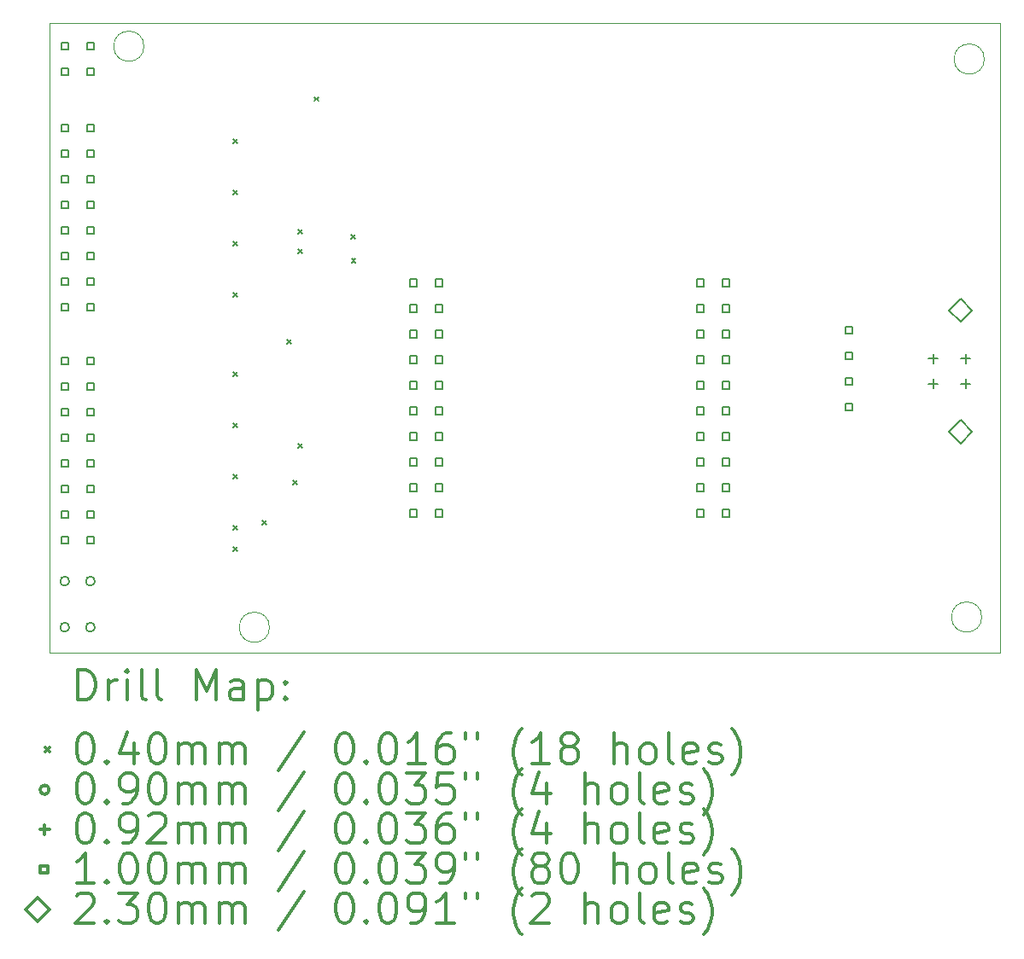
<source format=gbr>
%FSLAX45Y45*%
G04 Gerber Fmt 4.5, Leading zero omitted, Abs format (unit mm)*
G04 Created by KiCad (PCBNEW (5.1.9)-1) date 2021-06-24 21:47:52*
%MOMM*%
%LPD*%
G01*
G04 APERTURE LIST*
%TA.AperFunction,Profile*%
%ADD10C,0.050000*%
%TD*%
%ADD11C,0.200000*%
%ADD12C,0.300000*%
G04 APERTURE END LIST*
D10*
X5918200Y-6934200D02*
X15341600Y-6934200D01*
X5918200Y-13182600D02*
X15341600Y-13182600D01*
X6855600Y-7162800D02*
G75*
G03*
X6855600Y-7162800I-150000J0D01*
G01*
X15186800Y-7289800D02*
G75*
G03*
X15186800Y-7289800I-150000J0D01*
G01*
X15161400Y-12827000D02*
G75*
G03*
X15161400Y-12827000I-150000J0D01*
G01*
X8100200Y-12928600D02*
G75*
G03*
X8100200Y-12928600I-150000J0D01*
G01*
X15341600Y-6934200D02*
X15341600Y-13182600D01*
X5918200Y-13182600D02*
X5918200Y-6934200D01*
D11*
X7739700Y-8082600D02*
X7779700Y-8122600D01*
X7779700Y-8082600D02*
X7739700Y-8122600D01*
X7739700Y-8590600D02*
X7779700Y-8630600D01*
X7779700Y-8590600D02*
X7739700Y-8630600D01*
X7739700Y-9098600D02*
X7779700Y-9138600D01*
X7779700Y-9098600D02*
X7739700Y-9138600D01*
X7739700Y-9606600D02*
X7779700Y-9646600D01*
X7779700Y-9606600D02*
X7739700Y-9646600D01*
X7739700Y-10394000D02*
X7779700Y-10434000D01*
X7779700Y-10394000D02*
X7739700Y-10434000D01*
X7739700Y-10902000D02*
X7779700Y-10942000D01*
X7779700Y-10902000D02*
X7739700Y-10942000D01*
X7739700Y-11410000D02*
X7779700Y-11450000D01*
X7779700Y-11410000D02*
X7739700Y-11450000D01*
X7739700Y-11918000D02*
X7779700Y-11958000D01*
X7779700Y-11918000D02*
X7739700Y-11958000D01*
X7739700Y-12133900D02*
X7779700Y-12173900D01*
X7779700Y-12133900D02*
X7739700Y-12173900D01*
X8031800Y-11867200D02*
X8071800Y-11907200D01*
X8071800Y-11867200D02*
X8031800Y-11907200D01*
X8276950Y-10076500D02*
X8316950Y-10116500D01*
X8316950Y-10076500D02*
X8276950Y-10116500D01*
X8336600Y-11473500D02*
X8376600Y-11513500D01*
X8376600Y-11473500D02*
X8336600Y-11513500D01*
X8387400Y-8984300D02*
X8427400Y-9024300D01*
X8427400Y-8984300D02*
X8387400Y-9024300D01*
X8387400Y-9174800D02*
X8427400Y-9214800D01*
X8427400Y-9174800D02*
X8387400Y-9214800D01*
X8387400Y-11105200D02*
X8427400Y-11145200D01*
X8427400Y-11105200D02*
X8387400Y-11145200D01*
X8543650Y-7667350D02*
X8583650Y-7707350D01*
X8583650Y-7667350D02*
X8543650Y-7707350D01*
X8908100Y-9035100D02*
X8948100Y-9075100D01*
X8948100Y-9035100D02*
X8908100Y-9075100D01*
X8914450Y-9270050D02*
X8954450Y-9310050D01*
X8954450Y-9270050D02*
X8914450Y-9310050D01*
X6115600Y-12471400D02*
G75*
G03*
X6115600Y-12471400I-45000J0D01*
G01*
X6115600Y-12928600D02*
G75*
G03*
X6115600Y-12928600I-45000J0D01*
G01*
X6369600Y-12471400D02*
G75*
G03*
X6369600Y-12471400I-45000J0D01*
G01*
X6369600Y-12928600D02*
G75*
G03*
X6369600Y-12928600I-45000J0D01*
G01*
X14681200Y-10215600D02*
X14681200Y-10307600D01*
X14635200Y-10261600D02*
X14727200Y-10261600D01*
X14681200Y-10465600D02*
X14681200Y-10557600D01*
X14635200Y-10511600D02*
X14727200Y-10511600D01*
X15001200Y-10215600D02*
X15001200Y-10307600D01*
X14955200Y-10261600D02*
X15047200Y-10261600D01*
X15001200Y-10465600D02*
X15001200Y-10557600D01*
X14955200Y-10511600D02*
X15047200Y-10511600D01*
X6105956Y-7198156D02*
X6105956Y-7127444D01*
X6035244Y-7127444D01*
X6035244Y-7198156D01*
X6105956Y-7198156D01*
X6105956Y-7452156D02*
X6105956Y-7381444D01*
X6035244Y-7381444D01*
X6035244Y-7452156D01*
X6105956Y-7452156D01*
X6105956Y-8010956D02*
X6105956Y-7940244D01*
X6035244Y-7940244D01*
X6035244Y-8010956D01*
X6105956Y-8010956D01*
X6105956Y-8264956D02*
X6105956Y-8194244D01*
X6035244Y-8194244D01*
X6035244Y-8264956D01*
X6105956Y-8264956D01*
X6105956Y-8518956D02*
X6105956Y-8448244D01*
X6035244Y-8448244D01*
X6035244Y-8518956D01*
X6105956Y-8518956D01*
X6105956Y-8772956D02*
X6105956Y-8702244D01*
X6035244Y-8702244D01*
X6035244Y-8772956D01*
X6105956Y-8772956D01*
X6105956Y-9026956D02*
X6105956Y-8956244D01*
X6035244Y-8956244D01*
X6035244Y-9026956D01*
X6105956Y-9026956D01*
X6105956Y-9280956D02*
X6105956Y-9210244D01*
X6035244Y-9210244D01*
X6035244Y-9280956D01*
X6105956Y-9280956D01*
X6105956Y-9534956D02*
X6105956Y-9464244D01*
X6035244Y-9464244D01*
X6035244Y-9534956D01*
X6105956Y-9534956D01*
X6105956Y-9788956D02*
X6105956Y-9718244D01*
X6035244Y-9718244D01*
X6035244Y-9788956D01*
X6105956Y-9788956D01*
X6105956Y-10322356D02*
X6105956Y-10251644D01*
X6035244Y-10251644D01*
X6035244Y-10322356D01*
X6105956Y-10322356D01*
X6105956Y-10576356D02*
X6105956Y-10505644D01*
X6035244Y-10505644D01*
X6035244Y-10576356D01*
X6105956Y-10576356D01*
X6105956Y-10830356D02*
X6105956Y-10759644D01*
X6035244Y-10759644D01*
X6035244Y-10830356D01*
X6105956Y-10830356D01*
X6105956Y-11084356D02*
X6105956Y-11013644D01*
X6035244Y-11013644D01*
X6035244Y-11084356D01*
X6105956Y-11084356D01*
X6105956Y-11338356D02*
X6105956Y-11267644D01*
X6035244Y-11267644D01*
X6035244Y-11338356D01*
X6105956Y-11338356D01*
X6105956Y-11592356D02*
X6105956Y-11521644D01*
X6035244Y-11521644D01*
X6035244Y-11592356D01*
X6105956Y-11592356D01*
X6105956Y-11846356D02*
X6105956Y-11775644D01*
X6035244Y-11775644D01*
X6035244Y-11846356D01*
X6105956Y-11846356D01*
X6105956Y-12100356D02*
X6105956Y-12029644D01*
X6035244Y-12029644D01*
X6035244Y-12100356D01*
X6105956Y-12100356D01*
X6359956Y-7198156D02*
X6359956Y-7127444D01*
X6289244Y-7127444D01*
X6289244Y-7198156D01*
X6359956Y-7198156D01*
X6359956Y-7452156D02*
X6359956Y-7381444D01*
X6289244Y-7381444D01*
X6289244Y-7452156D01*
X6359956Y-7452156D01*
X6359956Y-8010956D02*
X6359956Y-7940244D01*
X6289244Y-7940244D01*
X6289244Y-8010956D01*
X6359956Y-8010956D01*
X6359956Y-8264956D02*
X6359956Y-8194244D01*
X6289244Y-8194244D01*
X6289244Y-8264956D01*
X6359956Y-8264956D01*
X6359956Y-8518956D02*
X6359956Y-8448244D01*
X6289244Y-8448244D01*
X6289244Y-8518956D01*
X6359956Y-8518956D01*
X6359956Y-8772956D02*
X6359956Y-8702244D01*
X6289244Y-8702244D01*
X6289244Y-8772956D01*
X6359956Y-8772956D01*
X6359956Y-9026956D02*
X6359956Y-8956244D01*
X6289244Y-8956244D01*
X6289244Y-9026956D01*
X6359956Y-9026956D01*
X6359956Y-9280956D02*
X6359956Y-9210244D01*
X6289244Y-9210244D01*
X6289244Y-9280956D01*
X6359956Y-9280956D01*
X6359956Y-9534956D02*
X6359956Y-9464244D01*
X6289244Y-9464244D01*
X6289244Y-9534956D01*
X6359956Y-9534956D01*
X6359956Y-9788956D02*
X6359956Y-9718244D01*
X6289244Y-9718244D01*
X6289244Y-9788956D01*
X6359956Y-9788956D01*
X6359956Y-10322356D02*
X6359956Y-10251644D01*
X6289244Y-10251644D01*
X6289244Y-10322356D01*
X6359956Y-10322356D01*
X6359956Y-10576356D02*
X6359956Y-10505644D01*
X6289244Y-10505644D01*
X6289244Y-10576356D01*
X6359956Y-10576356D01*
X6359956Y-10830356D02*
X6359956Y-10759644D01*
X6289244Y-10759644D01*
X6289244Y-10830356D01*
X6359956Y-10830356D01*
X6359956Y-11084356D02*
X6359956Y-11013644D01*
X6289244Y-11013644D01*
X6289244Y-11084356D01*
X6359956Y-11084356D01*
X6359956Y-11338356D02*
X6359956Y-11267644D01*
X6289244Y-11267644D01*
X6289244Y-11338356D01*
X6359956Y-11338356D01*
X6359956Y-11592356D02*
X6359956Y-11521644D01*
X6289244Y-11521644D01*
X6289244Y-11592356D01*
X6359956Y-11592356D01*
X6359956Y-11846356D02*
X6359956Y-11775644D01*
X6289244Y-11775644D01*
X6289244Y-11846356D01*
X6359956Y-11846356D01*
X6359956Y-12100356D02*
X6359956Y-12029644D01*
X6289244Y-12029644D01*
X6289244Y-12100356D01*
X6359956Y-12100356D01*
X9560356Y-9547656D02*
X9560356Y-9476944D01*
X9489644Y-9476944D01*
X9489644Y-9547656D01*
X9560356Y-9547656D01*
X9560356Y-9801656D02*
X9560356Y-9730944D01*
X9489644Y-9730944D01*
X9489644Y-9801656D01*
X9560356Y-9801656D01*
X9560356Y-10055656D02*
X9560356Y-9984944D01*
X9489644Y-9984944D01*
X9489644Y-10055656D01*
X9560356Y-10055656D01*
X9560356Y-10309656D02*
X9560356Y-10238944D01*
X9489644Y-10238944D01*
X9489644Y-10309656D01*
X9560356Y-10309656D01*
X9560356Y-10563656D02*
X9560356Y-10492944D01*
X9489644Y-10492944D01*
X9489644Y-10563656D01*
X9560356Y-10563656D01*
X9560356Y-10817656D02*
X9560356Y-10746944D01*
X9489644Y-10746944D01*
X9489644Y-10817656D01*
X9560356Y-10817656D01*
X9560356Y-11071656D02*
X9560356Y-11000944D01*
X9489644Y-11000944D01*
X9489644Y-11071656D01*
X9560356Y-11071656D01*
X9560356Y-11325656D02*
X9560356Y-11254944D01*
X9489644Y-11254944D01*
X9489644Y-11325656D01*
X9560356Y-11325656D01*
X9560356Y-11579656D02*
X9560356Y-11508944D01*
X9489644Y-11508944D01*
X9489644Y-11579656D01*
X9560356Y-11579656D01*
X9560356Y-11833656D02*
X9560356Y-11762944D01*
X9489644Y-11762944D01*
X9489644Y-11833656D01*
X9560356Y-11833656D01*
X9814356Y-9547656D02*
X9814356Y-9476944D01*
X9743644Y-9476944D01*
X9743644Y-9547656D01*
X9814356Y-9547656D01*
X9814356Y-9801656D02*
X9814356Y-9730944D01*
X9743644Y-9730944D01*
X9743644Y-9801656D01*
X9814356Y-9801656D01*
X9814356Y-10055656D02*
X9814356Y-9984944D01*
X9743644Y-9984944D01*
X9743644Y-10055656D01*
X9814356Y-10055656D01*
X9814356Y-10309656D02*
X9814356Y-10238944D01*
X9743644Y-10238944D01*
X9743644Y-10309656D01*
X9814356Y-10309656D01*
X9814356Y-10563656D02*
X9814356Y-10492944D01*
X9743644Y-10492944D01*
X9743644Y-10563656D01*
X9814356Y-10563656D01*
X9814356Y-10817656D02*
X9814356Y-10746944D01*
X9743644Y-10746944D01*
X9743644Y-10817656D01*
X9814356Y-10817656D01*
X9814356Y-11071656D02*
X9814356Y-11000944D01*
X9743644Y-11000944D01*
X9743644Y-11071656D01*
X9814356Y-11071656D01*
X9814356Y-11325656D02*
X9814356Y-11254944D01*
X9743644Y-11254944D01*
X9743644Y-11325656D01*
X9814356Y-11325656D01*
X9814356Y-11579656D02*
X9814356Y-11508944D01*
X9743644Y-11508944D01*
X9743644Y-11579656D01*
X9814356Y-11579656D01*
X9814356Y-11833656D02*
X9814356Y-11762944D01*
X9743644Y-11762944D01*
X9743644Y-11833656D01*
X9814356Y-11833656D01*
X12405156Y-9547656D02*
X12405156Y-9476944D01*
X12334444Y-9476944D01*
X12334444Y-9547656D01*
X12405156Y-9547656D01*
X12405156Y-9801656D02*
X12405156Y-9730944D01*
X12334444Y-9730944D01*
X12334444Y-9801656D01*
X12405156Y-9801656D01*
X12405156Y-10055656D02*
X12405156Y-9984944D01*
X12334444Y-9984944D01*
X12334444Y-10055656D01*
X12405156Y-10055656D01*
X12405156Y-10309656D02*
X12405156Y-10238944D01*
X12334444Y-10238944D01*
X12334444Y-10309656D01*
X12405156Y-10309656D01*
X12405156Y-10563656D02*
X12405156Y-10492944D01*
X12334444Y-10492944D01*
X12334444Y-10563656D01*
X12405156Y-10563656D01*
X12405156Y-10817656D02*
X12405156Y-10746944D01*
X12334444Y-10746944D01*
X12334444Y-10817656D01*
X12405156Y-10817656D01*
X12405156Y-11071656D02*
X12405156Y-11000944D01*
X12334444Y-11000944D01*
X12334444Y-11071656D01*
X12405156Y-11071656D01*
X12405156Y-11325656D02*
X12405156Y-11254944D01*
X12334444Y-11254944D01*
X12334444Y-11325656D01*
X12405156Y-11325656D01*
X12405156Y-11579656D02*
X12405156Y-11508944D01*
X12334444Y-11508944D01*
X12334444Y-11579656D01*
X12405156Y-11579656D01*
X12405156Y-11833656D02*
X12405156Y-11762944D01*
X12334444Y-11762944D01*
X12334444Y-11833656D01*
X12405156Y-11833656D01*
X12659156Y-9547656D02*
X12659156Y-9476944D01*
X12588444Y-9476944D01*
X12588444Y-9547656D01*
X12659156Y-9547656D01*
X12659156Y-9801656D02*
X12659156Y-9730944D01*
X12588444Y-9730944D01*
X12588444Y-9801656D01*
X12659156Y-9801656D01*
X12659156Y-10055656D02*
X12659156Y-9984944D01*
X12588444Y-9984944D01*
X12588444Y-10055656D01*
X12659156Y-10055656D01*
X12659156Y-10309656D02*
X12659156Y-10238944D01*
X12588444Y-10238944D01*
X12588444Y-10309656D01*
X12659156Y-10309656D01*
X12659156Y-10563656D02*
X12659156Y-10492944D01*
X12588444Y-10492944D01*
X12588444Y-10563656D01*
X12659156Y-10563656D01*
X12659156Y-10817656D02*
X12659156Y-10746944D01*
X12588444Y-10746944D01*
X12588444Y-10817656D01*
X12659156Y-10817656D01*
X12659156Y-11071656D02*
X12659156Y-11000944D01*
X12588444Y-11000944D01*
X12588444Y-11071656D01*
X12659156Y-11071656D01*
X12659156Y-11325656D02*
X12659156Y-11254944D01*
X12588444Y-11254944D01*
X12588444Y-11325656D01*
X12659156Y-11325656D01*
X12659156Y-11579656D02*
X12659156Y-11508944D01*
X12588444Y-11508944D01*
X12588444Y-11579656D01*
X12659156Y-11579656D01*
X12659156Y-11833656D02*
X12659156Y-11762944D01*
X12588444Y-11762944D01*
X12588444Y-11833656D01*
X12659156Y-11833656D01*
X13878356Y-10017556D02*
X13878356Y-9946844D01*
X13807644Y-9946844D01*
X13807644Y-10017556D01*
X13878356Y-10017556D01*
X13878356Y-10271556D02*
X13878356Y-10200844D01*
X13807644Y-10200844D01*
X13807644Y-10271556D01*
X13878356Y-10271556D01*
X13878356Y-10525556D02*
X13878356Y-10454844D01*
X13807644Y-10454844D01*
X13807644Y-10525556D01*
X13878356Y-10525556D01*
X13878356Y-10779556D02*
X13878356Y-10708844D01*
X13807644Y-10708844D01*
X13807644Y-10779556D01*
X13878356Y-10779556D01*
X14952200Y-9899600D02*
X15067200Y-9784600D01*
X14952200Y-9669600D01*
X14837200Y-9784600D01*
X14952200Y-9899600D01*
X14952200Y-11103600D02*
X15067200Y-10988600D01*
X14952200Y-10873600D01*
X14837200Y-10988600D01*
X14952200Y-11103600D01*
D12*
X6202128Y-13650814D02*
X6202128Y-13350814D01*
X6273557Y-13350814D01*
X6316414Y-13365100D01*
X6344986Y-13393671D01*
X6359271Y-13422243D01*
X6373557Y-13479386D01*
X6373557Y-13522243D01*
X6359271Y-13579386D01*
X6344986Y-13607957D01*
X6316414Y-13636529D01*
X6273557Y-13650814D01*
X6202128Y-13650814D01*
X6502128Y-13650814D02*
X6502128Y-13450814D01*
X6502128Y-13507957D02*
X6516414Y-13479386D01*
X6530700Y-13465100D01*
X6559271Y-13450814D01*
X6587843Y-13450814D01*
X6687843Y-13650814D02*
X6687843Y-13450814D01*
X6687843Y-13350814D02*
X6673557Y-13365100D01*
X6687843Y-13379386D01*
X6702128Y-13365100D01*
X6687843Y-13350814D01*
X6687843Y-13379386D01*
X6873557Y-13650814D02*
X6844986Y-13636529D01*
X6830700Y-13607957D01*
X6830700Y-13350814D01*
X7030700Y-13650814D02*
X7002128Y-13636529D01*
X6987843Y-13607957D01*
X6987843Y-13350814D01*
X7373557Y-13650814D02*
X7373557Y-13350814D01*
X7473557Y-13565100D01*
X7573557Y-13350814D01*
X7573557Y-13650814D01*
X7844986Y-13650814D02*
X7844986Y-13493671D01*
X7830700Y-13465100D01*
X7802128Y-13450814D01*
X7744986Y-13450814D01*
X7716414Y-13465100D01*
X7844986Y-13636529D02*
X7816414Y-13650814D01*
X7744986Y-13650814D01*
X7716414Y-13636529D01*
X7702128Y-13607957D01*
X7702128Y-13579386D01*
X7716414Y-13550814D01*
X7744986Y-13536529D01*
X7816414Y-13536529D01*
X7844986Y-13522243D01*
X7987843Y-13450814D02*
X7987843Y-13750814D01*
X7987843Y-13465100D02*
X8016414Y-13450814D01*
X8073557Y-13450814D01*
X8102128Y-13465100D01*
X8116414Y-13479386D01*
X8130700Y-13507957D01*
X8130700Y-13593671D01*
X8116414Y-13622243D01*
X8102128Y-13636529D01*
X8073557Y-13650814D01*
X8016414Y-13650814D01*
X7987843Y-13636529D01*
X8259271Y-13622243D02*
X8273557Y-13636529D01*
X8259271Y-13650814D01*
X8244986Y-13636529D01*
X8259271Y-13622243D01*
X8259271Y-13650814D01*
X8259271Y-13465100D02*
X8273557Y-13479386D01*
X8259271Y-13493671D01*
X8244986Y-13479386D01*
X8259271Y-13465100D01*
X8259271Y-13493671D01*
X5875700Y-14125100D02*
X5915700Y-14165100D01*
X5915700Y-14125100D02*
X5875700Y-14165100D01*
X6259271Y-13980814D02*
X6287843Y-13980814D01*
X6316414Y-13995100D01*
X6330700Y-14009386D01*
X6344986Y-14037957D01*
X6359271Y-14095100D01*
X6359271Y-14166529D01*
X6344986Y-14223671D01*
X6330700Y-14252243D01*
X6316414Y-14266529D01*
X6287843Y-14280814D01*
X6259271Y-14280814D01*
X6230700Y-14266529D01*
X6216414Y-14252243D01*
X6202128Y-14223671D01*
X6187843Y-14166529D01*
X6187843Y-14095100D01*
X6202128Y-14037957D01*
X6216414Y-14009386D01*
X6230700Y-13995100D01*
X6259271Y-13980814D01*
X6487843Y-14252243D02*
X6502128Y-14266529D01*
X6487843Y-14280814D01*
X6473557Y-14266529D01*
X6487843Y-14252243D01*
X6487843Y-14280814D01*
X6759271Y-14080814D02*
X6759271Y-14280814D01*
X6687843Y-13966529D02*
X6616414Y-14180814D01*
X6802128Y-14180814D01*
X6973557Y-13980814D02*
X7002128Y-13980814D01*
X7030700Y-13995100D01*
X7044986Y-14009386D01*
X7059271Y-14037957D01*
X7073557Y-14095100D01*
X7073557Y-14166529D01*
X7059271Y-14223671D01*
X7044986Y-14252243D01*
X7030700Y-14266529D01*
X7002128Y-14280814D01*
X6973557Y-14280814D01*
X6944986Y-14266529D01*
X6930700Y-14252243D01*
X6916414Y-14223671D01*
X6902128Y-14166529D01*
X6902128Y-14095100D01*
X6916414Y-14037957D01*
X6930700Y-14009386D01*
X6944986Y-13995100D01*
X6973557Y-13980814D01*
X7202128Y-14280814D02*
X7202128Y-14080814D01*
X7202128Y-14109386D02*
X7216414Y-14095100D01*
X7244986Y-14080814D01*
X7287843Y-14080814D01*
X7316414Y-14095100D01*
X7330700Y-14123671D01*
X7330700Y-14280814D01*
X7330700Y-14123671D02*
X7344986Y-14095100D01*
X7373557Y-14080814D01*
X7416414Y-14080814D01*
X7444986Y-14095100D01*
X7459271Y-14123671D01*
X7459271Y-14280814D01*
X7602128Y-14280814D02*
X7602128Y-14080814D01*
X7602128Y-14109386D02*
X7616414Y-14095100D01*
X7644986Y-14080814D01*
X7687843Y-14080814D01*
X7716414Y-14095100D01*
X7730700Y-14123671D01*
X7730700Y-14280814D01*
X7730700Y-14123671D02*
X7744986Y-14095100D01*
X7773557Y-14080814D01*
X7816414Y-14080814D01*
X7844986Y-14095100D01*
X7859271Y-14123671D01*
X7859271Y-14280814D01*
X8444986Y-13966529D02*
X8187843Y-14352243D01*
X8830700Y-13980814D02*
X8859271Y-13980814D01*
X8887843Y-13995100D01*
X8902128Y-14009386D01*
X8916414Y-14037957D01*
X8930700Y-14095100D01*
X8930700Y-14166529D01*
X8916414Y-14223671D01*
X8902128Y-14252243D01*
X8887843Y-14266529D01*
X8859271Y-14280814D01*
X8830700Y-14280814D01*
X8802128Y-14266529D01*
X8787843Y-14252243D01*
X8773557Y-14223671D01*
X8759271Y-14166529D01*
X8759271Y-14095100D01*
X8773557Y-14037957D01*
X8787843Y-14009386D01*
X8802128Y-13995100D01*
X8830700Y-13980814D01*
X9059271Y-14252243D02*
X9073557Y-14266529D01*
X9059271Y-14280814D01*
X9044986Y-14266529D01*
X9059271Y-14252243D01*
X9059271Y-14280814D01*
X9259271Y-13980814D02*
X9287843Y-13980814D01*
X9316414Y-13995100D01*
X9330700Y-14009386D01*
X9344986Y-14037957D01*
X9359271Y-14095100D01*
X9359271Y-14166529D01*
X9344986Y-14223671D01*
X9330700Y-14252243D01*
X9316414Y-14266529D01*
X9287843Y-14280814D01*
X9259271Y-14280814D01*
X9230700Y-14266529D01*
X9216414Y-14252243D01*
X9202128Y-14223671D01*
X9187843Y-14166529D01*
X9187843Y-14095100D01*
X9202128Y-14037957D01*
X9216414Y-14009386D01*
X9230700Y-13995100D01*
X9259271Y-13980814D01*
X9644986Y-14280814D02*
X9473557Y-14280814D01*
X9559271Y-14280814D02*
X9559271Y-13980814D01*
X9530700Y-14023671D01*
X9502128Y-14052243D01*
X9473557Y-14066529D01*
X9902128Y-13980814D02*
X9844986Y-13980814D01*
X9816414Y-13995100D01*
X9802128Y-14009386D01*
X9773557Y-14052243D01*
X9759271Y-14109386D01*
X9759271Y-14223671D01*
X9773557Y-14252243D01*
X9787843Y-14266529D01*
X9816414Y-14280814D01*
X9873557Y-14280814D01*
X9902128Y-14266529D01*
X9916414Y-14252243D01*
X9930700Y-14223671D01*
X9930700Y-14152243D01*
X9916414Y-14123671D01*
X9902128Y-14109386D01*
X9873557Y-14095100D01*
X9816414Y-14095100D01*
X9787843Y-14109386D01*
X9773557Y-14123671D01*
X9759271Y-14152243D01*
X10044986Y-13980814D02*
X10044986Y-14037957D01*
X10159271Y-13980814D02*
X10159271Y-14037957D01*
X10602128Y-14395100D02*
X10587843Y-14380814D01*
X10559271Y-14337957D01*
X10544986Y-14309386D01*
X10530700Y-14266529D01*
X10516414Y-14195100D01*
X10516414Y-14137957D01*
X10530700Y-14066529D01*
X10544986Y-14023671D01*
X10559271Y-13995100D01*
X10587843Y-13952243D01*
X10602128Y-13937957D01*
X10873557Y-14280814D02*
X10702128Y-14280814D01*
X10787843Y-14280814D02*
X10787843Y-13980814D01*
X10759271Y-14023671D01*
X10730700Y-14052243D01*
X10702128Y-14066529D01*
X11044986Y-14109386D02*
X11016414Y-14095100D01*
X11002128Y-14080814D01*
X10987843Y-14052243D01*
X10987843Y-14037957D01*
X11002128Y-14009386D01*
X11016414Y-13995100D01*
X11044986Y-13980814D01*
X11102128Y-13980814D01*
X11130700Y-13995100D01*
X11144986Y-14009386D01*
X11159271Y-14037957D01*
X11159271Y-14052243D01*
X11144986Y-14080814D01*
X11130700Y-14095100D01*
X11102128Y-14109386D01*
X11044986Y-14109386D01*
X11016414Y-14123671D01*
X11002128Y-14137957D01*
X10987843Y-14166529D01*
X10987843Y-14223671D01*
X11002128Y-14252243D01*
X11016414Y-14266529D01*
X11044986Y-14280814D01*
X11102128Y-14280814D01*
X11130700Y-14266529D01*
X11144986Y-14252243D01*
X11159271Y-14223671D01*
X11159271Y-14166529D01*
X11144986Y-14137957D01*
X11130700Y-14123671D01*
X11102128Y-14109386D01*
X11516414Y-14280814D02*
X11516414Y-13980814D01*
X11644986Y-14280814D02*
X11644986Y-14123671D01*
X11630700Y-14095100D01*
X11602128Y-14080814D01*
X11559271Y-14080814D01*
X11530700Y-14095100D01*
X11516414Y-14109386D01*
X11830700Y-14280814D02*
X11802128Y-14266529D01*
X11787843Y-14252243D01*
X11773557Y-14223671D01*
X11773557Y-14137957D01*
X11787843Y-14109386D01*
X11802128Y-14095100D01*
X11830700Y-14080814D01*
X11873557Y-14080814D01*
X11902128Y-14095100D01*
X11916414Y-14109386D01*
X11930700Y-14137957D01*
X11930700Y-14223671D01*
X11916414Y-14252243D01*
X11902128Y-14266529D01*
X11873557Y-14280814D01*
X11830700Y-14280814D01*
X12102128Y-14280814D02*
X12073557Y-14266529D01*
X12059271Y-14237957D01*
X12059271Y-13980814D01*
X12330700Y-14266529D02*
X12302128Y-14280814D01*
X12244986Y-14280814D01*
X12216414Y-14266529D01*
X12202128Y-14237957D01*
X12202128Y-14123671D01*
X12216414Y-14095100D01*
X12244986Y-14080814D01*
X12302128Y-14080814D01*
X12330700Y-14095100D01*
X12344986Y-14123671D01*
X12344986Y-14152243D01*
X12202128Y-14180814D01*
X12459271Y-14266529D02*
X12487843Y-14280814D01*
X12544986Y-14280814D01*
X12573557Y-14266529D01*
X12587843Y-14237957D01*
X12587843Y-14223671D01*
X12573557Y-14195100D01*
X12544986Y-14180814D01*
X12502128Y-14180814D01*
X12473557Y-14166529D01*
X12459271Y-14137957D01*
X12459271Y-14123671D01*
X12473557Y-14095100D01*
X12502128Y-14080814D01*
X12544986Y-14080814D01*
X12573557Y-14095100D01*
X12687843Y-14395100D02*
X12702128Y-14380814D01*
X12730700Y-14337957D01*
X12744986Y-14309386D01*
X12759271Y-14266529D01*
X12773557Y-14195100D01*
X12773557Y-14137957D01*
X12759271Y-14066529D01*
X12744986Y-14023671D01*
X12730700Y-13995100D01*
X12702128Y-13952243D01*
X12687843Y-13937957D01*
X5915700Y-14541100D02*
G75*
G03*
X5915700Y-14541100I-45000J0D01*
G01*
X6259271Y-14376814D02*
X6287843Y-14376814D01*
X6316414Y-14391100D01*
X6330700Y-14405386D01*
X6344986Y-14433957D01*
X6359271Y-14491100D01*
X6359271Y-14562529D01*
X6344986Y-14619671D01*
X6330700Y-14648243D01*
X6316414Y-14662529D01*
X6287843Y-14676814D01*
X6259271Y-14676814D01*
X6230700Y-14662529D01*
X6216414Y-14648243D01*
X6202128Y-14619671D01*
X6187843Y-14562529D01*
X6187843Y-14491100D01*
X6202128Y-14433957D01*
X6216414Y-14405386D01*
X6230700Y-14391100D01*
X6259271Y-14376814D01*
X6487843Y-14648243D02*
X6502128Y-14662529D01*
X6487843Y-14676814D01*
X6473557Y-14662529D01*
X6487843Y-14648243D01*
X6487843Y-14676814D01*
X6644986Y-14676814D02*
X6702128Y-14676814D01*
X6730700Y-14662529D01*
X6744986Y-14648243D01*
X6773557Y-14605386D01*
X6787843Y-14548243D01*
X6787843Y-14433957D01*
X6773557Y-14405386D01*
X6759271Y-14391100D01*
X6730700Y-14376814D01*
X6673557Y-14376814D01*
X6644986Y-14391100D01*
X6630700Y-14405386D01*
X6616414Y-14433957D01*
X6616414Y-14505386D01*
X6630700Y-14533957D01*
X6644986Y-14548243D01*
X6673557Y-14562529D01*
X6730700Y-14562529D01*
X6759271Y-14548243D01*
X6773557Y-14533957D01*
X6787843Y-14505386D01*
X6973557Y-14376814D02*
X7002128Y-14376814D01*
X7030700Y-14391100D01*
X7044986Y-14405386D01*
X7059271Y-14433957D01*
X7073557Y-14491100D01*
X7073557Y-14562529D01*
X7059271Y-14619671D01*
X7044986Y-14648243D01*
X7030700Y-14662529D01*
X7002128Y-14676814D01*
X6973557Y-14676814D01*
X6944986Y-14662529D01*
X6930700Y-14648243D01*
X6916414Y-14619671D01*
X6902128Y-14562529D01*
X6902128Y-14491100D01*
X6916414Y-14433957D01*
X6930700Y-14405386D01*
X6944986Y-14391100D01*
X6973557Y-14376814D01*
X7202128Y-14676814D02*
X7202128Y-14476814D01*
X7202128Y-14505386D02*
X7216414Y-14491100D01*
X7244986Y-14476814D01*
X7287843Y-14476814D01*
X7316414Y-14491100D01*
X7330700Y-14519671D01*
X7330700Y-14676814D01*
X7330700Y-14519671D02*
X7344986Y-14491100D01*
X7373557Y-14476814D01*
X7416414Y-14476814D01*
X7444986Y-14491100D01*
X7459271Y-14519671D01*
X7459271Y-14676814D01*
X7602128Y-14676814D02*
X7602128Y-14476814D01*
X7602128Y-14505386D02*
X7616414Y-14491100D01*
X7644986Y-14476814D01*
X7687843Y-14476814D01*
X7716414Y-14491100D01*
X7730700Y-14519671D01*
X7730700Y-14676814D01*
X7730700Y-14519671D02*
X7744986Y-14491100D01*
X7773557Y-14476814D01*
X7816414Y-14476814D01*
X7844986Y-14491100D01*
X7859271Y-14519671D01*
X7859271Y-14676814D01*
X8444986Y-14362529D02*
X8187843Y-14748243D01*
X8830700Y-14376814D02*
X8859271Y-14376814D01*
X8887843Y-14391100D01*
X8902128Y-14405386D01*
X8916414Y-14433957D01*
X8930700Y-14491100D01*
X8930700Y-14562529D01*
X8916414Y-14619671D01*
X8902128Y-14648243D01*
X8887843Y-14662529D01*
X8859271Y-14676814D01*
X8830700Y-14676814D01*
X8802128Y-14662529D01*
X8787843Y-14648243D01*
X8773557Y-14619671D01*
X8759271Y-14562529D01*
X8759271Y-14491100D01*
X8773557Y-14433957D01*
X8787843Y-14405386D01*
X8802128Y-14391100D01*
X8830700Y-14376814D01*
X9059271Y-14648243D02*
X9073557Y-14662529D01*
X9059271Y-14676814D01*
X9044986Y-14662529D01*
X9059271Y-14648243D01*
X9059271Y-14676814D01*
X9259271Y-14376814D02*
X9287843Y-14376814D01*
X9316414Y-14391100D01*
X9330700Y-14405386D01*
X9344986Y-14433957D01*
X9359271Y-14491100D01*
X9359271Y-14562529D01*
X9344986Y-14619671D01*
X9330700Y-14648243D01*
X9316414Y-14662529D01*
X9287843Y-14676814D01*
X9259271Y-14676814D01*
X9230700Y-14662529D01*
X9216414Y-14648243D01*
X9202128Y-14619671D01*
X9187843Y-14562529D01*
X9187843Y-14491100D01*
X9202128Y-14433957D01*
X9216414Y-14405386D01*
X9230700Y-14391100D01*
X9259271Y-14376814D01*
X9459271Y-14376814D02*
X9644986Y-14376814D01*
X9544986Y-14491100D01*
X9587843Y-14491100D01*
X9616414Y-14505386D01*
X9630700Y-14519671D01*
X9644986Y-14548243D01*
X9644986Y-14619671D01*
X9630700Y-14648243D01*
X9616414Y-14662529D01*
X9587843Y-14676814D01*
X9502128Y-14676814D01*
X9473557Y-14662529D01*
X9459271Y-14648243D01*
X9916414Y-14376814D02*
X9773557Y-14376814D01*
X9759271Y-14519671D01*
X9773557Y-14505386D01*
X9802128Y-14491100D01*
X9873557Y-14491100D01*
X9902128Y-14505386D01*
X9916414Y-14519671D01*
X9930700Y-14548243D01*
X9930700Y-14619671D01*
X9916414Y-14648243D01*
X9902128Y-14662529D01*
X9873557Y-14676814D01*
X9802128Y-14676814D01*
X9773557Y-14662529D01*
X9759271Y-14648243D01*
X10044986Y-14376814D02*
X10044986Y-14433957D01*
X10159271Y-14376814D02*
X10159271Y-14433957D01*
X10602128Y-14791100D02*
X10587843Y-14776814D01*
X10559271Y-14733957D01*
X10544986Y-14705386D01*
X10530700Y-14662529D01*
X10516414Y-14591100D01*
X10516414Y-14533957D01*
X10530700Y-14462529D01*
X10544986Y-14419671D01*
X10559271Y-14391100D01*
X10587843Y-14348243D01*
X10602128Y-14333957D01*
X10844986Y-14476814D02*
X10844986Y-14676814D01*
X10773557Y-14362529D02*
X10702128Y-14576814D01*
X10887843Y-14576814D01*
X11230700Y-14676814D02*
X11230700Y-14376814D01*
X11359271Y-14676814D02*
X11359271Y-14519671D01*
X11344986Y-14491100D01*
X11316414Y-14476814D01*
X11273557Y-14476814D01*
X11244986Y-14491100D01*
X11230700Y-14505386D01*
X11544986Y-14676814D02*
X11516414Y-14662529D01*
X11502128Y-14648243D01*
X11487843Y-14619671D01*
X11487843Y-14533957D01*
X11502128Y-14505386D01*
X11516414Y-14491100D01*
X11544986Y-14476814D01*
X11587843Y-14476814D01*
X11616414Y-14491100D01*
X11630700Y-14505386D01*
X11644986Y-14533957D01*
X11644986Y-14619671D01*
X11630700Y-14648243D01*
X11616414Y-14662529D01*
X11587843Y-14676814D01*
X11544986Y-14676814D01*
X11816414Y-14676814D02*
X11787843Y-14662529D01*
X11773557Y-14633957D01*
X11773557Y-14376814D01*
X12044986Y-14662529D02*
X12016414Y-14676814D01*
X11959271Y-14676814D01*
X11930700Y-14662529D01*
X11916414Y-14633957D01*
X11916414Y-14519671D01*
X11930700Y-14491100D01*
X11959271Y-14476814D01*
X12016414Y-14476814D01*
X12044986Y-14491100D01*
X12059271Y-14519671D01*
X12059271Y-14548243D01*
X11916414Y-14576814D01*
X12173557Y-14662529D02*
X12202128Y-14676814D01*
X12259271Y-14676814D01*
X12287843Y-14662529D01*
X12302128Y-14633957D01*
X12302128Y-14619671D01*
X12287843Y-14591100D01*
X12259271Y-14576814D01*
X12216414Y-14576814D01*
X12187843Y-14562529D01*
X12173557Y-14533957D01*
X12173557Y-14519671D01*
X12187843Y-14491100D01*
X12216414Y-14476814D01*
X12259271Y-14476814D01*
X12287843Y-14491100D01*
X12402128Y-14791100D02*
X12416414Y-14776814D01*
X12444986Y-14733957D01*
X12459271Y-14705386D01*
X12473557Y-14662529D01*
X12487843Y-14591100D01*
X12487843Y-14533957D01*
X12473557Y-14462529D01*
X12459271Y-14419671D01*
X12444986Y-14391100D01*
X12416414Y-14348243D01*
X12402128Y-14333957D01*
X5869700Y-14891100D02*
X5869700Y-14983100D01*
X5823700Y-14937100D02*
X5915700Y-14937100D01*
X6259271Y-14772814D02*
X6287843Y-14772814D01*
X6316414Y-14787100D01*
X6330700Y-14801386D01*
X6344986Y-14829957D01*
X6359271Y-14887100D01*
X6359271Y-14958529D01*
X6344986Y-15015671D01*
X6330700Y-15044243D01*
X6316414Y-15058529D01*
X6287843Y-15072814D01*
X6259271Y-15072814D01*
X6230700Y-15058529D01*
X6216414Y-15044243D01*
X6202128Y-15015671D01*
X6187843Y-14958529D01*
X6187843Y-14887100D01*
X6202128Y-14829957D01*
X6216414Y-14801386D01*
X6230700Y-14787100D01*
X6259271Y-14772814D01*
X6487843Y-15044243D02*
X6502128Y-15058529D01*
X6487843Y-15072814D01*
X6473557Y-15058529D01*
X6487843Y-15044243D01*
X6487843Y-15072814D01*
X6644986Y-15072814D02*
X6702128Y-15072814D01*
X6730700Y-15058529D01*
X6744986Y-15044243D01*
X6773557Y-15001386D01*
X6787843Y-14944243D01*
X6787843Y-14829957D01*
X6773557Y-14801386D01*
X6759271Y-14787100D01*
X6730700Y-14772814D01*
X6673557Y-14772814D01*
X6644986Y-14787100D01*
X6630700Y-14801386D01*
X6616414Y-14829957D01*
X6616414Y-14901386D01*
X6630700Y-14929957D01*
X6644986Y-14944243D01*
X6673557Y-14958529D01*
X6730700Y-14958529D01*
X6759271Y-14944243D01*
X6773557Y-14929957D01*
X6787843Y-14901386D01*
X6902128Y-14801386D02*
X6916414Y-14787100D01*
X6944986Y-14772814D01*
X7016414Y-14772814D01*
X7044986Y-14787100D01*
X7059271Y-14801386D01*
X7073557Y-14829957D01*
X7073557Y-14858529D01*
X7059271Y-14901386D01*
X6887843Y-15072814D01*
X7073557Y-15072814D01*
X7202128Y-15072814D02*
X7202128Y-14872814D01*
X7202128Y-14901386D02*
X7216414Y-14887100D01*
X7244986Y-14872814D01*
X7287843Y-14872814D01*
X7316414Y-14887100D01*
X7330700Y-14915671D01*
X7330700Y-15072814D01*
X7330700Y-14915671D02*
X7344986Y-14887100D01*
X7373557Y-14872814D01*
X7416414Y-14872814D01*
X7444986Y-14887100D01*
X7459271Y-14915671D01*
X7459271Y-15072814D01*
X7602128Y-15072814D02*
X7602128Y-14872814D01*
X7602128Y-14901386D02*
X7616414Y-14887100D01*
X7644986Y-14872814D01*
X7687843Y-14872814D01*
X7716414Y-14887100D01*
X7730700Y-14915671D01*
X7730700Y-15072814D01*
X7730700Y-14915671D02*
X7744986Y-14887100D01*
X7773557Y-14872814D01*
X7816414Y-14872814D01*
X7844986Y-14887100D01*
X7859271Y-14915671D01*
X7859271Y-15072814D01*
X8444986Y-14758529D02*
X8187843Y-15144243D01*
X8830700Y-14772814D02*
X8859271Y-14772814D01*
X8887843Y-14787100D01*
X8902128Y-14801386D01*
X8916414Y-14829957D01*
X8930700Y-14887100D01*
X8930700Y-14958529D01*
X8916414Y-15015671D01*
X8902128Y-15044243D01*
X8887843Y-15058529D01*
X8859271Y-15072814D01*
X8830700Y-15072814D01*
X8802128Y-15058529D01*
X8787843Y-15044243D01*
X8773557Y-15015671D01*
X8759271Y-14958529D01*
X8759271Y-14887100D01*
X8773557Y-14829957D01*
X8787843Y-14801386D01*
X8802128Y-14787100D01*
X8830700Y-14772814D01*
X9059271Y-15044243D02*
X9073557Y-15058529D01*
X9059271Y-15072814D01*
X9044986Y-15058529D01*
X9059271Y-15044243D01*
X9059271Y-15072814D01*
X9259271Y-14772814D02*
X9287843Y-14772814D01*
X9316414Y-14787100D01*
X9330700Y-14801386D01*
X9344986Y-14829957D01*
X9359271Y-14887100D01*
X9359271Y-14958529D01*
X9344986Y-15015671D01*
X9330700Y-15044243D01*
X9316414Y-15058529D01*
X9287843Y-15072814D01*
X9259271Y-15072814D01*
X9230700Y-15058529D01*
X9216414Y-15044243D01*
X9202128Y-15015671D01*
X9187843Y-14958529D01*
X9187843Y-14887100D01*
X9202128Y-14829957D01*
X9216414Y-14801386D01*
X9230700Y-14787100D01*
X9259271Y-14772814D01*
X9459271Y-14772814D02*
X9644986Y-14772814D01*
X9544986Y-14887100D01*
X9587843Y-14887100D01*
X9616414Y-14901386D01*
X9630700Y-14915671D01*
X9644986Y-14944243D01*
X9644986Y-15015671D01*
X9630700Y-15044243D01*
X9616414Y-15058529D01*
X9587843Y-15072814D01*
X9502128Y-15072814D01*
X9473557Y-15058529D01*
X9459271Y-15044243D01*
X9902128Y-14772814D02*
X9844986Y-14772814D01*
X9816414Y-14787100D01*
X9802128Y-14801386D01*
X9773557Y-14844243D01*
X9759271Y-14901386D01*
X9759271Y-15015671D01*
X9773557Y-15044243D01*
X9787843Y-15058529D01*
X9816414Y-15072814D01*
X9873557Y-15072814D01*
X9902128Y-15058529D01*
X9916414Y-15044243D01*
X9930700Y-15015671D01*
X9930700Y-14944243D01*
X9916414Y-14915671D01*
X9902128Y-14901386D01*
X9873557Y-14887100D01*
X9816414Y-14887100D01*
X9787843Y-14901386D01*
X9773557Y-14915671D01*
X9759271Y-14944243D01*
X10044986Y-14772814D02*
X10044986Y-14829957D01*
X10159271Y-14772814D02*
X10159271Y-14829957D01*
X10602128Y-15187100D02*
X10587843Y-15172814D01*
X10559271Y-15129957D01*
X10544986Y-15101386D01*
X10530700Y-15058529D01*
X10516414Y-14987100D01*
X10516414Y-14929957D01*
X10530700Y-14858529D01*
X10544986Y-14815671D01*
X10559271Y-14787100D01*
X10587843Y-14744243D01*
X10602128Y-14729957D01*
X10844986Y-14872814D02*
X10844986Y-15072814D01*
X10773557Y-14758529D02*
X10702128Y-14972814D01*
X10887843Y-14972814D01*
X11230700Y-15072814D02*
X11230700Y-14772814D01*
X11359271Y-15072814D02*
X11359271Y-14915671D01*
X11344986Y-14887100D01*
X11316414Y-14872814D01*
X11273557Y-14872814D01*
X11244986Y-14887100D01*
X11230700Y-14901386D01*
X11544986Y-15072814D02*
X11516414Y-15058529D01*
X11502128Y-15044243D01*
X11487843Y-15015671D01*
X11487843Y-14929957D01*
X11502128Y-14901386D01*
X11516414Y-14887100D01*
X11544986Y-14872814D01*
X11587843Y-14872814D01*
X11616414Y-14887100D01*
X11630700Y-14901386D01*
X11644986Y-14929957D01*
X11644986Y-15015671D01*
X11630700Y-15044243D01*
X11616414Y-15058529D01*
X11587843Y-15072814D01*
X11544986Y-15072814D01*
X11816414Y-15072814D02*
X11787843Y-15058529D01*
X11773557Y-15029957D01*
X11773557Y-14772814D01*
X12044986Y-15058529D02*
X12016414Y-15072814D01*
X11959271Y-15072814D01*
X11930700Y-15058529D01*
X11916414Y-15029957D01*
X11916414Y-14915671D01*
X11930700Y-14887100D01*
X11959271Y-14872814D01*
X12016414Y-14872814D01*
X12044986Y-14887100D01*
X12059271Y-14915671D01*
X12059271Y-14944243D01*
X11916414Y-14972814D01*
X12173557Y-15058529D02*
X12202128Y-15072814D01*
X12259271Y-15072814D01*
X12287843Y-15058529D01*
X12302128Y-15029957D01*
X12302128Y-15015671D01*
X12287843Y-14987100D01*
X12259271Y-14972814D01*
X12216414Y-14972814D01*
X12187843Y-14958529D01*
X12173557Y-14929957D01*
X12173557Y-14915671D01*
X12187843Y-14887100D01*
X12216414Y-14872814D01*
X12259271Y-14872814D01*
X12287843Y-14887100D01*
X12402128Y-15187100D02*
X12416414Y-15172814D01*
X12444986Y-15129957D01*
X12459271Y-15101386D01*
X12473557Y-15058529D01*
X12487843Y-14987100D01*
X12487843Y-14929957D01*
X12473557Y-14858529D01*
X12459271Y-14815671D01*
X12444986Y-14787100D01*
X12416414Y-14744243D01*
X12402128Y-14729957D01*
X5901056Y-15368456D02*
X5901056Y-15297744D01*
X5830344Y-15297744D01*
X5830344Y-15368456D01*
X5901056Y-15368456D01*
X6359271Y-15468814D02*
X6187843Y-15468814D01*
X6273557Y-15468814D02*
X6273557Y-15168814D01*
X6244986Y-15211671D01*
X6216414Y-15240243D01*
X6187843Y-15254529D01*
X6487843Y-15440243D02*
X6502128Y-15454529D01*
X6487843Y-15468814D01*
X6473557Y-15454529D01*
X6487843Y-15440243D01*
X6487843Y-15468814D01*
X6687843Y-15168814D02*
X6716414Y-15168814D01*
X6744986Y-15183100D01*
X6759271Y-15197386D01*
X6773557Y-15225957D01*
X6787843Y-15283100D01*
X6787843Y-15354529D01*
X6773557Y-15411671D01*
X6759271Y-15440243D01*
X6744986Y-15454529D01*
X6716414Y-15468814D01*
X6687843Y-15468814D01*
X6659271Y-15454529D01*
X6644986Y-15440243D01*
X6630700Y-15411671D01*
X6616414Y-15354529D01*
X6616414Y-15283100D01*
X6630700Y-15225957D01*
X6644986Y-15197386D01*
X6659271Y-15183100D01*
X6687843Y-15168814D01*
X6973557Y-15168814D02*
X7002128Y-15168814D01*
X7030700Y-15183100D01*
X7044986Y-15197386D01*
X7059271Y-15225957D01*
X7073557Y-15283100D01*
X7073557Y-15354529D01*
X7059271Y-15411671D01*
X7044986Y-15440243D01*
X7030700Y-15454529D01*
X7002128Y-15468814D01*
X6973557Y-15468814D01*
X6944986Y-15454529D01*
X6930700Y-15440243D01*
X6916414Y-15411671D01*
X6902128Y-15354529D01*
X6902128Y-15283100D01*
X6916414Y-15225957D01*
X6930700Y-15197386D01*
X6944986Y-15183100D01*
X6973557Y-15168814D01*
X7202128Y-15468814D02*
X7202128Y-15268814D01*
X7202128Y-15297386D02*
X7216414Y-15283100D01*
X7244986Y-15268814D01*
X7287843Y-15268814D01*
X7316414Y-15283100D01*
X7330700Y-15311671D01*
X7330700Y-15468814D01*
X7330700Y-15311671D02*
X7344986Y-15283100D01*
X7373557Y-15268814D01*
X7416414Y-15268814D01*
X7444986Y-15283100D01*
X7459271Y-15311671D01*
X7459271Y-15468814D01*
X7602128Y-15468814D02*
X7602128Y-15268814D01*
X7602128Y-15297386D02*
X7616414Y-15283100D01*
X7644986Y-15268814D01*
X7687843Y-15268814D01*
X7716414Y-15283100D01*
X7730700Y-15311671D01*
X7730700Y-15468814D01*
X7730700Y-15311671D02*
X7744986Y-15283100D01*
X7773557Y-15268814D01*
X7816414Y-15268814D01*
X7844986Y-15283100D01*
X7859271Y-15311671D01*
X7859271Y-15468814D01*
X8444986Y-15154529D02*
X8187843Y-15540243D01*
X8830700Y-15168814D02*
X8859271Y-15168814D01*
X8887843Y-15183100D01*
X8902128Y-15197386D01*
X8916414Y-15225957D01*
X8930700Y-15283100D01*
X8930700Y-15354529D01*
X8916414Y-15411671D01*
X8902128Y-15440243D01*
X8887843Y-15454529D01*
X8859271Y-15468814D01*
X8830700Y-15468814D01*
X8802128Y-15454529D01*
X8787843Y-15440243D01*
X8773557Y-15411671D01*
X8759271Y-15354529D01*
X8759271Y-15283100D01*
X8773557Y-15225957D01*
X8787843Y-15197386D01*
X8802128Y-15183100D01*
X8830700Y-15168814D01*
X9059271Y-15440243D02*
X9073557Y-15454529D01*
X9059271Y-15468814D01*
X9044986Y-15454529D01*
X9059271Y-15440243D01*
X9059271Y-15468814D01*
X9259271Y-15168814D02*
X9287843Y-15168814D01*
X9316414Y-15183100D01*
X9330700Y-15197386D01*
X9344986Y-15225957D01*
X9359271Y-15283100D01*
X9359271Y-15354529D01*
X9344986Y-15411671D01*
X9330700Y-15440243D01*
X9316414Y-15454529D01*
X9287843Y-15468814D01*
X9259271Y-15468814D01*
X9230700Y-15454529D01*
X9216414Y-15440243D01*
X9202128Y-15411671D01*
X9187843Y-15354529D01*
X9187843Y-15283100D01*
X9202128Y-15225957D01*
X9216414Y-15197386D01*
X9230700Y-15183100D01*
X9259271Y-15168814D01*
X9459271Y-15168814D02*
X9644986Y-15168814D01*
X9544986Y-15283100D01*
X9587843Y-15283100D01*
X9616414Y-15297386D01*
X9630700Y-15311671D01*
X9644986Y-15340243D01*
X9644986Y-15411671D01*
X9630700Y-15440243D01*
X9616414Y-15454529D01*
X9587843Y-15468814D01*
X9502128Y-15468814D01*
X9473557Y-15454529D01*
X9459271Y-15440243D01*
X9787843Y-15468814D02*
X9844986Y-15468814D01*
X9873557Y-15454529D01*
X9887843Y-15440243D01*
X9916414Y-15397386D01*
X9930700Y-15340243D01*
X9930700Y-15225957D01*
X9916414Y-15197386D01*
X9902128Y-15183100D01*
X9873557Y-15168814D01*
X9816414Y-15168814D01*
X9787843Y-15183100D01*
X9773557Y-15197386D01*
X9759271Y-15225957D01*
X9759271Y-15297386D01*
X9773557Y-15325957D01*
X9787843Y-15340243D01*
X9816414Y-15354529D01*
X9873557Y-15354529D01*
X9902128Y-15340243D01*
X9916414Y-15325957D01*
X9930700Y-15297386D01*
X10044986Y-15168814D02*
X10044986Y-15225957D01*
X10159271Y-15168814D02*
X10159271Y-15225957D01*
X10602128Y-15583100D02*
X10587843Y-15568814D01*
X10559271Y-15525957D01*
X10544986Y-15497386D01*
X10530700Y-15454529D01*
X10516414Y-15383100D01*
X10516414Y-15325957D01*
X10530700Y-15254529D01*
X10544986Y-15211671D01*
X10559271Y-15183100D01*
X10587843Y-15140243D01*
X10602128Y-15125957D01*
X10759271Y-15297386D02*
X10730700Y-15283100D01*
X10716414Y-15268814D01*
X10702128Y-15240243D01*
X10702128Y-15225957D01*
X10716414Y-15197386D01*
X10730700Y-15183100D01*
X10759271Y-15168814D01*
X10816414Y-15168814D01*
X10844986Y-15183100D01*
X10859271Y-15197386D01*
X10873557Y-15225957D01*
X10873557Y-15240243D01*
X10859271Y-15268814D01*
X10844986Y-15283100D01*
X10816414Y-15297386D01*
X10759271Y-15297386D01*
X10730700Y-15311671D01*
X10716414Y-15325957D01*
X10702128Y-15354529D01*
X10702128Y-15411671D01*
X10716414Y-15440243D01*
X10730700Y-15454529D01*
X10759271Y-15468814D01*
X10816414Y-15468814D01*
X10844986Y-15454529D01*
X10859271Y-15440243D01*
X10873557Y-15411671D01*
X10873557Y-15354529D01*
X10859271Y-15325957D01*
X10844986Y-15311671D01*
X10816414Y-15297386D01*
X11059271Y-15168814D02*
X11087843Y-15168814D01*
X11116414Y-15183100D01*
X11130700Y-15197386D01*
X11144986Y-15225957D01*
X11159271Y-15283100D01*
X11159271Y-15354529D01*
X11144986Y-15411671D01*
X11130700Y-15440243D01*
X11116414Y-15454529D01*
X11087843Y-15468814D01*
X11059271Y-15468814D01*
X11030700Y-15454529D01*
X11016414Y-15440243D01*
X11002128Y-15411671D01*
X10987843Y-15354529D01*
X10987843Y-15283100D01*
X11002128Y-15225957D01*
X11016414Y-15197386D01*
X11030700Y-15183100D01*
X11059271Y-15168814D01*
X11516414Y-15468814D02*
X11516414Y-15168814D01*
X11644986Y-15468814D02*
X11644986Y-15311671D01*
X11630700Y-15283100D01*
X11602128Y-15268814D01*
X11559271Y-15268814D01*
X11530700Y-15283100D01*
X11516414Y-15297386D01*
X11830700Y-15468814D02*
X11802128Y-15454529D01*
X11787843Y-15440243D01*
X11773557Y-15411671D01*
X11773557Y-15325957D01*
X11787843Y-15297386D01*
X11802128Y-15283100D01*
X11830700Y-15268814D01*
X11873557Y-15268814D01*
X11902128Y-15283100D01*
X11916414Y-15297386D01*
X11930700Y-15325957D01*
X11930700Y-15411671D01*
X11916414Y-15440243D01*
X11902128Y-15454529D01*
X11873557Y-15468814D01*
X11830700Y-15468814D01*
X12102128Y-15468814D02*
X12073557Y-15454529D01*
X12059271Y-15425957D01*
X12059271Y-15168814D01*
X12330700Y-15454529D02*
X12302128Y-15468814D01*
X12244986Y-15468814D01*
X12216414Y-15454529D01*
X12202128Y-15425957D01*
X12202128Y-15311671D01*
X12216414Y-15283100D01*
X12244986Y-15268814D01*
X12302128Y-15268814D01*
X12330700Y-15283100D01*
X12344986Y-15311671D01*
X12344986Y-15340243D01*
X12202128Y-15368814D01*
X12459271Y-15454529D02*
X12487843Y-15468814D01*
X12544986Y-15468814D01*
X12573557Y-15454529D01*
X12587843Y-15425957D01*
X12587843Y-15411671D01*
X12573557Y-15383100D01*
X12544986Y-15368814D01*
X12502128Y-15368814D01*
X12473557Y-15354529D01*
X12459271Y-15325957D01*
X12459271Y-15311671D01*
X12473557Y-15283100D01*
X12502128Y-15268814D01*
X12544986Y-15268814D01*
X12573557Y-15283100D01*
X12687843Y-15583100D02*
X12702128Y-15568814D01*
X12730700Y-15525957D01*
X12744986Y-15497386D01*
X12759271Y-15454529D01*
X12773557Y-15383100D01*
X12773557Y-15325957D01*
X12759271Y-15254529D01*
X12744986Y-15211671D01*
X12730700Y-15183100D01*
X12702128Y-15140243D01*
X12687843Y-15125957D01*
X5800700Y-15844100D02*
X5915700Y-15729100D01*
X5800700Y-15614100D01*
X5685700Y-15729100D01*
X5800700Y-15844100D01*
X6187843Y-15593386D02*
X6202128Y-15579100D01*
X6230700Y-15564814D01*
X6302128Y-15564814D01*
X6330700Y-15579100D01*
X6344986Y-15593386D01*
X6359271Y-15621957D01*
X6359271Y-15650529D01*
X6344986Y-15693386D01*
X6173557Y-15864814D01*
X6359271Y-15864814D01*
X6487843Y-15836243D02*
X6502128Y-15850529D01*
X6487843Y-15864814D01*
X6473557Y-15850529D01*
X6487843Y-15836243D01*
X6487843Y-15864814D01*
X6602128Y-15564814D02*
X6787843Y-15564814D01*
X6687843Y-15679100D01*
X6730700Y-15679100D01*
X6759271Y-15693386D01*
X6773557Y-15707671D01*
X6787843Y-15736243D01*
X6787843Y-15807671D01*
X6773557Y-15836243D01*
X6759271Y-15850529D01*
X6730700Y-15864814D01*
X6644986Y-15864814D01*
X6616414Y-15850529D01*
X6602128Y-15836243D01*
X6973557Y-15564814D02*
X7002128Y-15564814D01*
X7030700Y-15579100D01*
X7044986Y-15593386D01*
X7059271Y-15621957D01*
X7073557Y-15679100D01*
X7073557Y-15750529D01*
X7059271Y-15807671D01*
X7044986Y-15836243D01*
X7030700Y-15850529D01*
X7002128Y-15864814D01*
X6973557Y-15864814D01*
X6944986Y-15850529D01*
X6930700Y-15836243D01*
X6916414Y-15807671D01*
X6902128Y-15750529D01*
X6902128Y-15679100D01*
X6916414Y-15621957D01*
X6930700Y-15593386D01*
X6944986Y-15579100D01*
X6973557Y-15564814D01*
X7202128Y-15864814D02*
X7202128Y-15664814D01*
X7202128Y-15693386D02*
X7216414Y-15679100D01*
X7244986Y-15664814D01*
X7287843Y-15664814D01*
X7316414Y-15679100D01*
X7330700Y-15707671D01*
X7330700Y-15864814D01*
X7330700Y-15707671D02*
X7344986Y-15679100D01*
X7373557Y-15664814D01*
X7416414Y-15664814D01*
X7444986Y-15679100D01*
X7459271Y-15707671D01*
X7459271Y-15864814D01*
X7602128Y-15864814D02*
X7602128Y-15664814D01*
X7602128Y-15693386D02*
X7616414Y-15679100D01*
X7644986Y-15664814D01*
X7687843Y-15664814D01*
X7716414Y-15679100D01*
X7730700Y-15707671D01*
X7730700Y-15864814D01*
X7730700Y-15707671D02*
X7744986Y-15679100D01*
X7773557Y-15664814D01*
X7816414Y-15664814D01*
X7844986Y-15679100D01*
X7859271Y-15707671D01*
X7859271Y-15864814D01*
X8444986Y-15550529D02*
X8187843Y-15936243D01*
X8830700Y-15564814D02*
X8859271Y-15564814D01*
X8887843Y-15579100D01*
X8902128Y-15593386D01*
X8916414Y-15621957D01*
X8930700Y-15679100D01*
X8930700Y-15750529D01*
X8916414Y-15807671D01*
X8902128Y-15836243D01*
X8887843Y-15850529D01*
X8859271Y-15864814D01*
X8830700Y-15864814D01*
X8802128Y-15850529D01*
X8787843Y-15836243D01*
X8773557Y-15807671D01*
X8759271Y-15750529D01*
X8759271Y-15679100D01*
X8773557Y-15621957D01*
X8787843Y-15593386D01*
X8802128Y-15579100D01*
X8830700Y-15564814D01*
X9059271Y-15836243D02*
X9073557Y-15850529D01*
X9059271Y-15864814D01*
X9044986Y-15850529D01*
X9059271Y-15836243D01*
X9059271Y-15864814D01*
X9259271Y-15564814D02*
X9287843Y-15564814D01*
X9316414Y-15579100D01*
X9330700Y-15593386D01*
X9344986Y-15621957D01*
X9359271Y-15679100D01*
X9359271Y-15750529D01*
X9344986Y-15807671D01*
X9330700Y-15836243D01*
X9316414Y-15850529D01*
X9287843Y-15864814D01*
X9259271Y-15864814D01*
X9230700Y-15850529D01*
X9216414Y-15836243D01*
X9202128Y-15807671D01*
X9187843Y-15750529D01*
X9187843Y-15679100D01*
X9202128Y-15621957D01*
X9216414Y-15593386D01*
X9230700Y-15579100D01*
X9259271Y-15564814D01*
X9502128Y-15864814D02*
X9559271Y-15864814D01*
X9587843Y-15850529D01*
X9602128Y-15836243D01*
X9630700Y-15793386D01*
X9644986Y-15736243D01*
X9644986Y-15621957D01*
X9630700Y-15593386D01*
X9616414Y-15579100D01*
X9587843Y-15564814D01*
X9530700Y-15564814D01*
X9502128Y-15579100D01*
X9487843Y-15593386D01*
X9473557Y-15621957D01*
X9473557Y-15693386D01*
X9487843Y-15721957D01*
X9502128Y-15736243D01*
X9530700Y-15750529D01*
X9587843Y-15750529D01*
X9616414Y-15736243D01*
X9630700Y-15721957D01*
X9644986Y-15693386D01*
X9930700Y-15864814D02*
X9759271Y-15864814D01*
X9844986Y-15864814D02*
X9844986Y-15564814D01*
X9816414Y-15607671D01*
X9787843Y-15636243D01*
X9759271Y-15650529D01*
X10044986Y-15564814D02*
X10044986Y-15621957D01*
X10159271Y-15564814D02*
X10159271Y-15621957D01*
X10602128Y-15979100D02*
X10587843Y-15964814D01*
X10559271Y-15921957D01*
X10544986Y-15893386D01*
X10530700Y-15850529D01*
X10516414Y-15779100D01*
X10516414Y-15721957D01*
X10530700Y-15650529D01*
X10544986Y-15607671D01*
X10559271Y-15579100D01*
X10587843Y-15536243D01*
X10602128Y-15521957D01*
X10702128Y-15593386D02*
X10716414Y-15579100D01*
X10744986Y-15564814D01*
X10816414Y-15564814D01*
X10844986Y-15579100D01*
X10859271Y-15593386D01*
X10873557Y-15621957D01*
X10873557Y-15650529D01*
X10859271Y-15693386D01*
X10687843Y-15864814D01*
X10873557Y-15864814D01*
X11230700Y-15864814D02*
X11230700Y-15564814D01*
X11359271Y-15864814D02*
X11359271Y-15707671D01*
X11344986Y-15679100D01*
X11316414Y-15664814D01*
X11273557Y-15664814D01*
X11244986Y-15679100D01*
X11230700Y-15693386D01*
X11544986Y-15864814D02*
X11516414Y-15850529D01*
X11502128Y-15836243D01*
X11487843Y-15807671D01*
X11487843Y-15721957D01*
X11502128Y-15693386D01*
X11516414Y-15679100D01*
X11544986Y-15664814D01*
X11587843Y-15664814D01*
X11616414Y-15679100D01*
X11630700Y-15693386D01*
X11644986Y-15721957D01*
X11644986Y-15807671D01*
X11630700Y-15836243D01*
X11616414Y-15850529D01*
X11587843Y-15864814D01*
X11544986Y-15864814D01*
X11816414Y-15864814D02*
X11787843Y-15850529D01*
X11773557Y-15821957D01*
X11773557Y-15564814D01*
X12044986Y-15850529D02*
X12016414Y-15864814D01*
X11959271Y-15864814D01*
X11930700Y-15850529D01*
X11916414Y-15821957D01*
X11916414Y-15707671D01*
X11930700Y-15679100D01*
X11959271Y-15664814D01*
X12016414Y-15664814D01*
X12044986Y-15679100D01*
X12059271Y-15707671D01*
X12059271Y-15736243D01*
X11916414Y-15764814D01*
X12173557Y-15850529D02*
X12202128Y-15864814D01*
X12259271Y-15864814D01*
X12287843Y-15850529D01*
X12302128Y-15821957D01*
X12302128Y-15807671D01*
X12287843Y-15779100D01*
X12259271Y-15764814D01*
X12216414Y-15764814D01*
X12187843Y-15750529D01*
X12173557Y-15721957D01*
X12173557Y-15707671D01*
X12187843Y-15679100D01*
X12216414Y-15664814D01*
X12259271Y-15664814D01*
X12287843Y-15679100D01*
X12402128Y-15979100D02*
X12416414Y-15964814D01*
X12444986Y-15921957D01*
X12459271Y-15893386D01*
X12473557Y-15850529D01*
X12487843Y-15779100D01*
X12487843Y-15721957D01*
X12473557Y-15650529D01*
X12459271Y-15607671D01*
X12444986Y-15579100D01*
X12416414Y-15536243D01*
X12402128Y-15521957D01*
M02*

</source>
